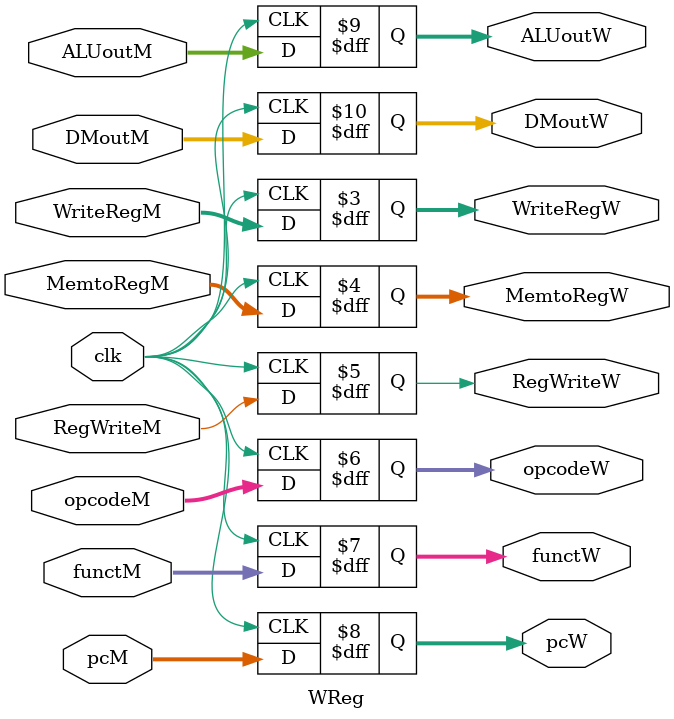
<source format=v>
`timescale 1ns / 1ps
module WReg(clk,WriteRegM,MemtoRegM,RegWriteM,opcodeM,functM,pcM,ALUoutM,DMoutM,
					ALUoutW,DMoutW,pcW,MemtoRegW,RegWriteW,opcodeW,functW,WriteRegW);
		input clk;
		input [4:0] WriteRegM;
		input [1:0]MemtoRegM;
		input RegWriteM;
		input [5:0] opcodeM,functM;
		input [31:0] pcM,ALUoutM,DMoutM;
		
		output reg [4:0] WriteRegW;
		output reg [1:0]MemtoRegW;
		output reg RegWriteW;
		output reg [5:0] opcodeW,functW;
		output reg [31:0] pcW,ALUoutW,DMoutW;
		initial begin
			ALUoutW=0;
			DMoutW=0;
			pcW=0;
			MemtoRegW=0;
			RegWriteW=0;
			opcodeW=0;
			functW=0;
			WriteRegW=0;
		end
		always@(posedge clk) begin
			ALUoutW<=ALUoutM;
			DMoutW<=DMoutM;
			pcW<=pcM;
			MemtoRegW<=MemtoRegM;
			RegWriteW<=RegWriteM;
			opcodeW<=opcodeM;
			functW<=functM;
			WriteRegW<=WriteRegM;
		end

endmodule

</source>
